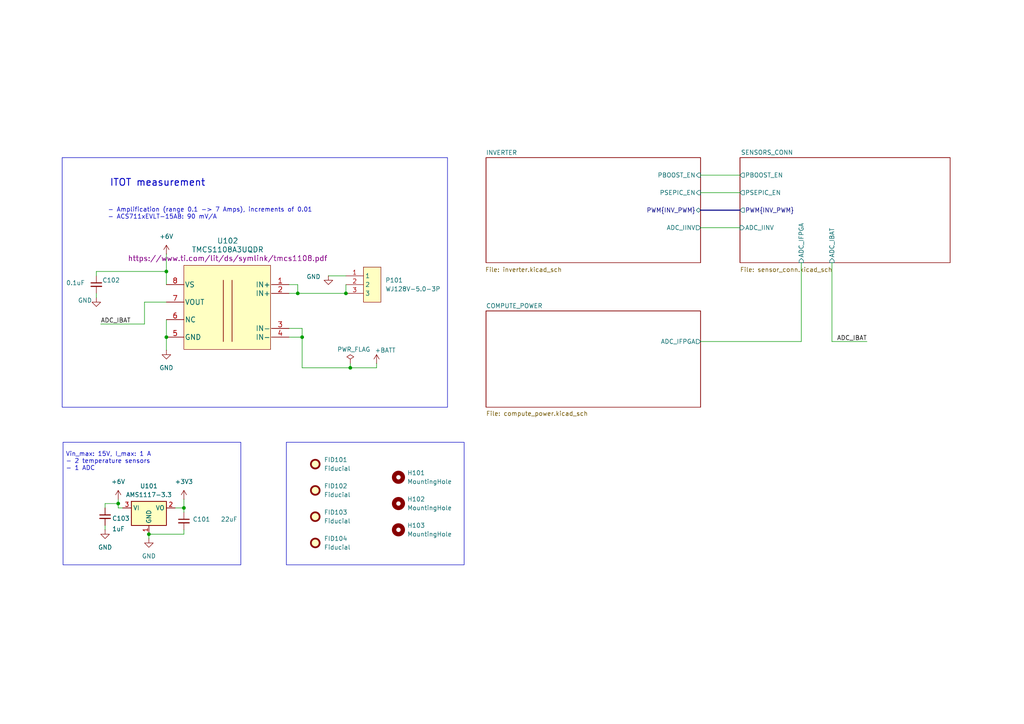
<source format=kicad_sch>
(kicad_sch (version 20250114) (generator "eeschema") (generator_version "9.0")
  (paper "A4")
  (lib_symbols
    (symbol "Device:C_Small" (pin_numbers (hide yes)) (pin_names (offset 0.254) (hide yes))
      (property "Reference" "C" (at 0.254 1.778 0))
      (property "Value" "C_Small" (at 0.254 -2.032 0))
      (symbol "C_Small_0_1"
        (polyline (pts (xy -1.524 0.508) (xy 1.524 0.508)) (stroke (width 0.3048)))
        (polyline (pts (xy -1.524 -0.508) (xy 1.524 -0.508)) (stroke (width 0.3302)))
      )
      (symbol "C_Small_1_1"
        (pin passive line (at 0 2.54 270) (length 2.032) (name "~") (number "1"))
        (pin passive line (at 0 -2.54 90) (length 2.032) (name "~") (number "2"))
      )
    )
    (symbol "Mechanical:Fiducial" (in_bom no)
      (property "Reference" "FID" (at 0 5.08 0))
      (property "Value" "Fiducial" (at 0 3.175 0))
      (symbol "Fiducial_0_1"
        (circle (center 0 0) (radius 1.27) (stroke (width 0.508)) (fill (type background)))
      )
    )
    (symbol "Mechanical:MountingHole" (pin_names (offset 1.016)) (in_bom no)
      (property "Reference" "H" (at 0 5.08 0))
      (property "Value" "MountingHole" (at 0 3.175 0))
      (symbol "MountingHole_0_1"
        (circle (center 0 0) (radius 1.27) (stroke (width 1.27)))
      )
    )
    (symbol "Regulator_Linear:AMS1117-3.3"
      (property "Reference" "U" (at -3.81 3.175 0))
      (property "Value" "AMS1117-3.3" (at 0 3.175 0))
      (symbol "AMS1117-3.3_0_1"
        (rectangle (start -5.08 -5.08) (end 5.08 1.905) (stroke (width 0.254)) (fill (type background)))
      )
      (symbol "AMS1117-3.3_1_1"
        (pin power_in line (at -7.62 0 0) (length 2.54) (name "VI") (number "3"))
        (pin power_in line (at 0 -7.62 90) (length 2.54) (name "GND") (number "1"))
        (pin power_out line (at 7.62 0 180) (length 2.54) (name "VO") (number "2"))
      )
    )
    (symbol "iw-connector:WJ128V-5.0-3P"
      (property "Reference" "P" (at 0 0 0))
      (property "Value" "WJ128V-5.0-3P" (at 0 -10.16 0))
      (symbol "WJ128V-5.0-3P_0_1"
        (rectangle (start -5.08 5.08) (end 5.08 0) (fill (type background)))
      )
      (symbol "WJ128V-5.0-3P_1_1"
        (pin passive line (at -2.54 -5.08 90) (length 5.08) (name "1") (number "1"))
        (pin passive line (at 0 -5.08 90) (length 5.08) (name "2") (number "2"))
        (pin passive line (at 2.54 -5.08 90) (length 5.08) (name "3") (number "3"))
      )
    )
    (symbol "iw-power:TMCS1108A3UQDR" (pin_names (offset 0.254))
      (property "Reference" "U" (at 0 2.54 0))
      (property "Value" "TMCS1108A3UQDR" (at -6.35 5.08 0))
      (property "Datasheet" "https://www.ti.com/lit/ds/symlink/tmcs1108.pdf" (at 0 0 0))
      (symbol "TMCS1108A3UQDR_1_1"
        (rectangle (start 5.334 5.588) (end 30.48 -18.796) (fill (type background)))
        (polyline (pts (xy 16.51 1.27) (xy 16.51 -16.51)) (stroke (width 0.2032)))
        (polyline (pts (xy 19.05 1.27) (xy 19.05 -16.51)) (stroke (width 0.2032)))
        (pin passive line (at 0 0 0) (length 5.08) (name "IN+") (number "1"))
        (pin passive line (at 0 -2.54 0) (length 5.08) (name "IN+") (number "2"))
        (pin passive line (at 0 -12.7 0) (length 5.08) (name "IN-") (number "3"))
        (pin passive line (at 0 -15.24 0) (length 5.08) (name "IN-") (number "4"))
        (pin power_in line (at 35.56 0 180) (length 5.08) (name "VS") (number "8"))
        (pin output line (at 35.56 -5.08 180) (length 5.08) (name "VOUT") (number "7"))
        (pin passive line (at 35.56 -10.16 180) (length 5.08) (name "NC") (number "6"))
        (pin power_in line (at 35.56 -15.24 180) (length 5.08) (name "GND") (number "5"))
      )
    )
    (symbol "power:+3V3" (power) (pin_numbers (hide yes)) (pin_names (offset 0) (hide yes))
      (property "Value" "+3V3" (at 0 3.556 0))
      (symbol "+3V3_0_1"
        (polyline (pts (xy -0.762 1.27) (xy 0 2.54)))
        (polyline (pts (xy 0 2.54) (xy 0.762 1.27)))
        (polyline (pts (xy 0 0) (xy 0 2.54)))
      )
      (symbol "+3V3_1_1"
        (pin power_in line (at 0 0 90) (length 0) (name "~") (number "1"))
      )
    )
    (symbol "power:+6V" (power) (pin_numbers (hide yes)) (pin_names (offset 0) (hide yes))
      (property "Value" "+6V" (at 0 3.556 0))
      (symbol "+6V_0_1"
        (polyline (pts (xy -0.762 1.27) (xy 0 2.54)))
        (polyline (pts (xy 0 2.54) (xy 0.762 1.27)))
        (polyline (pts (xy 0 0) (xy 0 2.54)))
      )
      (symbol "+6V_1_1"
        (pin power_in line (at 0 0 90) (length 0) (name "~") (number "1"))
      )
    )
    (symbol "power:+BATT" (power) (pin_numbers (hide yes)) (pin_names (offset 0) (hide yes))
      (property "Value" "+BATT" (at 0 3.556 0))
      (symbol "+BATT_0_1"
        (polyline (pts (xy -0.762 1.27) (xy 0 2.54)))
        (polyline (pts (xy 0 2.54) (xy 0.762 1.27)))
        (polyline (pts (xy 0 0) (xy 0 2.54)))
      )
      (symbol "+BATT_1_1"
        (pin power_in line (at 0 0 90) (length 0) (name "~") (number "1"))
      )
    )
    (symbol "power:GND" (power) (pin_numbers (hide yes)) (pin_names (offset 0) (hide yes))
      (property "Value" "GND" (at 0 -3.81 0))
      (symbol "GND_0_1"
        (polyline (pts (xy 0 0) (xy 0 -1.27) (xy 1.27 -1.27) (xy 0 -2.54) (xy -1.27 -1.27) (xy 0 -1.27)))
      )
      (symbol "GND_1_1"
        (pin power_in line (at 0 0 270) (length 0) (name "~") (number "1"))
      )
    )
    (symbol "power:PWR_FLAG" (power) (pin_numbers (hide yes)) (pin_names (offset 0) (hide yes))
      (property "Value" "PWR_FLAG" (at 0 3.81 0))
      (symbol "PWR_FLAG_0_0"
        (pin power_out line (at 0 0 90) (length 0) (name "~") (number "1"))
      )
      (symbol "PWR_FLAG_0_1"
        (polyline (pts (xy 0 0) (xy 0 1.27) (xy -1.016 1.905) (xy 0 2.54) (xy 1.016 1.905) (xy 0 1.27)))
      )
    )
  )
  (rectangle (start 18.288 128.27) (end 69.85 163.83))
  (rectangle (start 18.034 45.72) (end 129.794 118.11))
  (rectangle (start 83.058 128.27) (end 134.62 163.83))
  (text "ITOT measurement" (at 45.72 53.086 0) (effects (font (size 2 2) (thickness 0.254) (bold yes))))
  (text "- Amplification (range 0.1 -> 7 Amps), increments of 0.01\n- ACS711xEVLT-15AB: 90 mV/A" (at 31.242 61.976 0) (effects (font (size 1.27 1.27)) (justify left)))
  (text "Vin_max: 15V, I_max: 1 A\n- 2 temperature sensors\n- 1 ADC" (at 19.05 133.858 0) (effects (font (size 1.27 1.27)) (justify left)))
  (junction (at 34.29 146.05))
  (junction (at 86.36 85.09))
  (junction (at 100.33 85.09))
  (junction (at 53.34 147.32))
  (junction (at 43.18 154.94))
  (junction (at 101.6 106.68))
  (junction (at 87.63 97.79))
  (junction (at 48.26 78.74))
  (junction (at 48.26 97.79))
  (wire (pts (xy 34.29 144.78) (xy 34.29 146.05)))
  (wire (pts (xy 101.6 105.41) (xy 101.6 106.68)))
  (wire (pts (xy 87.63 97.79) (xy 87.63 95.25)))
  (wire (pts (xy 83.82 95.25) (xy 87.63 95.25)))
  (wire (pts (xy 101.6 106.68) (xy 109.22 106.68)))
  (wire (pts (xy 53.34 144.78) (xy 53.34 147.32)))
  (wire (pts (xy 203.2 99.06) (xy 232.41 99.06)))
  (bus (pts (xy 203.2 60.96) (xy 214.63 60.96)))
  (wire (pts (xy 86.36 82.55) (xy 83.82 82.55)))
  (wire (pts (xy 27.94 78.74) (xy 27.94 80.01)))
  (wire (pts (xy 48.26 73.66) (xy 48.26 78.74)))
  (wire (pts (xy 48.26 78.74) (xy 48.26 82.55)))
  (wire (pts (xy 50.8 147.32) (xy 53.34 147.32)))
  (wire (pts (xy 53.34 154.94) (xy 43.18 154.94)))
  (wire (pts (xy 41.91 87.63) (xy 48.26 87.63)))
  (wire (pts (xy 27.94 78.74) (xy 48.26 78.74)))
  (wire (pts (xy 87.63 106.68) (xy 101.6 106.68)))
  (wire (pts (xy 30.48 146.05) (xy 34.29 146.05)))
  (wire (pts (xy 203.2 66.04) (xy 214.63 66.04)))
  (wire (pts (xy 41.91 93.98) (xy 29.21 93.98)))
  (wire (pts (xy 30.48 147.32) (xy 30.48 146.05)))
  (wire (pts (xy 86.36 85.09) (xy 86.36 82.55)))
  (wire (pts (xy 43.18 154.94) (xy 43.18 156.21)))
  (wire (pts (xy 27.94 86.36) (xy 27.94 85.09)))
  (wire (pts (xy 232.41 99.06) (xy 232.41 76.2)))
  (wire (pts (xy 203.2 55.88) (xy 214.63 55.88)))
  (wire (pts (xy 83.82 85.09) (xy 86.36 85.09)))
  (wire (pts (xy 100.33 82.55) (xy 100.33 85.09)))
  (wire (pts (xy 41.91 87.63) (xy 41.91 93.98)))
  (wire (pts (xy 100.33 85.09) (xy 86.36 85.09)))
  (wire (pts (xy 53.34 148.59) (xy 53.34 147.32)))
  (wire (pts (xy 251.46 99.06) (xy 241.3 99.06)))
  (wire (pts (xy 48.26 92.71) (xy 48.26 97.79)))
  (wire (pts (xy 34.29 146.05) (xy 34.29 147.32)))
  (wire (pts (xy 241.3 76.2) (xy 241.3 99.06)))
  (wire (pts (xy 53.34 153.67) (xy 53.34 154.94)))
  (wire (pts (xy 87.63 106.68) (xy 87.63 97.79)))
  (wire (pts (xy 34.29 147.32) (xy 35.56 147.32)))
  (wire (pts (xy 48.26 101.6) (xy 48.26 97.79)))
  (wire (pts (xy 95.25 80.01) (xy 100.33 80.01)))
  (wire (pts (xy 30.48 152.4) (xy 30.48 153.67)))
  (wire (pts (xy 83.82 97.79) (xy 87.63 97.79)))
  (wire (pts (xy 109.22 105.41) (xy 109.22 106.68)))
  (wire (pts (xy 203.2 50.8) (xy 214.63 50.8)))
  (label "ADC_IBAT" (at 29.21 93.98 0))
  (label "ADC_IBAT" (at 251.46 99.06 180))
  (symbol (lib_id "Mechanical:Fiducial") (at 91.44 134.62 0) (unit 1) (in_bom no)
    (property "Reference" "FID101" (at 93.98 133.3499 0) (effects (justify left)))
    (property "Value" "Fiducial" (at 93.98 135.8899 0) (effects (justify left)))
    (property "Footprint" "Fiducial:Fiducial_1mm_Mask2mm" (effects (hide yes)))
    (property "Description" "Fiducial Marker" (effects (hide yes)))
  )
  (symbol (lib_id "Device:C_Small") (at 30.48 149.86 0) (unit 1)
    (property "Reference" "C103" (at 32.512 150.368 0) (effects (justify left)))
    (property "Value" "1uF" (at 32.512 153.416 0) (effects (justify left)))
    (property "Footprint" "Capacitor_SMD:C_0805_2012Metric" (effects (hide yes)))
    (property "Description" "Unpolarized capacitor, small symbol" (effects (hide yes)))
    (property "LCSC Part Number" "C28323" (effects (hide yes)))
    (property "Manufacturing Part Number" "CL21B105KBFNNNE" (effects (hide yes)))
  )
  (symbol (lib_id "Mechanical:Fiducial") (at 91.44 142.24 0) (unit 1) (in_bom no)
    (property "Reference" "FID102" (at 93.98 140.9699 0) (effects (justify left)))
    (property "Value" "Fiducial" (at 93.98 143.5099 0) (effects (justify left)))
    (property "Footprint" "Fiducial:Fiducial_1mm_Mask2mm" (effects (hide yes)))
    (property "Description" "Fiducial Marker" (effects (hide yes)))
  )
  (symbol (lib_id "Mechanical:MountingHole") (at 115.57 138.43 0) (unit 1) (in_bom no)
    (property "Reference" "H101" (at 118.11 137.1599 0) (effects (justify left)))
    (property "Value" "MountingHole" (at 118.11 139.6999 0) (effects (justify left)))
    (property "Footprint" "MountingHole:ToolingHole_1.152mm" (effects (hide yes)))
    (property "Description" "Mounting Hole without connection" (effects (hide yes)))
  )
  (symbol (lib_id "Mechanical:Fiducial") (at 91.44 149.86 0) (unit 1) (in_bom no)
    (property "Reference" "FID103" (at 93.98 148.5899 0) (effects (justify left)))
    (property "Value" "Fiducial" (at 93.98 151.1299 0) (effects (justify left)))
    (property "Footprint" "Fiducial:Fiducial_1mm_Mask2mm" (effects (hide yes)))
    (property "Description" "Fiducial Marker" (effects (hide yes)))
  )
  (symbol (lib_id "Mechanical:MountingHole") (at 115.57 146.05 0) (unit 1) (in_bom no)
    (property "Reference" "H102" (at 118.11 144.7799 0) (effects (justify left)))
    (property "Value" "MountingHole" (at 118.11 147.3199 0) (effects (justify left)))
    (property "Footprint" "MountingHole:ToolingHole_1.152mm" (effects (hide yes)))
    (property "Description" "Mounting Hole without connection" (effects (hide yes)))
  )
  (symbol (lib_id "iw-power:TMCS1108A3UQDR") (at 83.82 82.55 0) (mirror y) (unit 1)
    (property "Reference" "U102" (at 66.04 69.85 0) (effects (font (size 1.524 1.524))))
    (property "Value" "TMCS1108A3UQDR" (at 66.04 72.39 0) (effects (font (size 1.524 1.524))))
    (property "Footprint" "iw-power:TMCS1108A3UQDR" (effects (hide yes)))
    (property "Datasheet" "https://www.ti.com/lit/ds/symlink/tmcs1108.pdf" (at 66.04 74.93 0) (effects (font (size 1.524 1.524))))
    (property "Description" "200 mV/A, 7.5 A max hal sensor (Zout ~= 0)" (effects (hide yes)))
    (property "LCSC Part Number" "C3684263" (effects (hide yes)))
    (property "Manufacturing Part Number" "TMCS1108A3UQDR" (effects (hide yes)))
  )
  (symbol (lib_id "power:GND") (at 95.25 80.01 0) (unit 1)
    (property "Reference" "#PWR0101" (effects (hide yes)))
    (property "Value" "GND" (at 90.932 80.264 0))
    (property "Description" "Power symbol creates a global label with name \"GND\" , ground" (effects (hide yes)))
  )
  (symbol (lib_id "iw-connector:WJ128V-5.0-3P") (at 105.41 82.55 270) (unit 1)
    (property "Reference" "P101" (at 111.76 81.2799 90) (effects (justify left)))
    (property "Value" "WJ128V-5.0-3P" (at 111.76 83.8199 90) (effects (justify left)))
    (property "Footprint" "iw-connector:WJ128V-5.0-3P" (effects (hide yes)))
    (property "Datasheet" "https://lcsc.com/product-detail/Terminal-Blocks_WJ128V-5-0-3P_C8270.html" (effects (hide yes)))
    (property "LCSC Part Number" "C8270" (effects (hide yes)))
    (property "Manufacturing Part Number" "WJ128V-5.0-3P " (effects (hide yes)))
  )
  (symbol (lib_id "power:GND") (at 43.18 156.21 0) (unit 1)
    (property "Reference" "#PWR0104" (effects (hide yes)))
    (property "Value" "GND" (at 43.18 161.29 0))
    (property "Description" "Power symbol creates a global label with name \"GND\" , ground" (effects (hide yes)))
  )
  (symbol (lib_id "power:+3V3") (at 53.34 144.78 0) (unit 1)
    (property "Reference" "#PWR0103" (effects (hide yes)))
    (property "Value" "+3V3" (at 53.34 139.7 0))
    (property "Description" "Power symbol creates a global label with name \"+3V3\"" (effects (hide yes)))
  )
  (symbol (lib_id "Mechanical:MountingHole") (at 115.57 153.67 0) (unit 1) (in_bom no)
    (property "Reference" "H103" (at 118.11 152.3999 0) (effects (justify left)))
    (property "Value" "MountingHole" (at 118.11 154.9399 0) (effects (justify left)))
    (property "Footprint" "MountingHole:ToolingHole_1.152mm" (effects (hide yes)))
    (property "Description" "Mounting Hole without connection" (effects (hide yes)))
  )
  (symbol (lib_id "power:GND") (at 27.94 86.36 0) (unit 1)
    (property "Reference" "#PWR0106" (effects (hide yes)))
    (property "Value" "GND" (at 24.638 87.122 0))
    (property "Description" "Power symbol creates a global label with name \"GND\" , ground" (effects (hide yes)))
  )
  (symbol (lib_id "Mechanical:Fiducial") (at 91.44 157.48 0) (unit 1) (in_bom no)
    (property "Reference" "FID104" (at 93.98 156.2099 0) (effects (justify left)))
    (property "Value" "Fiducial" (at 93.98 158.7499 0) (effects (justify left)))
    (property "Footprint" "Fiducial:Fiducial_1mm_Mask2mm" (effects (hide yes)))
    (property "Description" "Fiducial Marker" (effects (hide yes)))
  )
  (symbol (lib_id "Device:C_Small") (at 27.94 82.55 0) (mirror y) (unit 1)
    (property "Reference" "C102" (at 34.798 81.28 0) (effects (justify left)))
    (property "Value" "0.1uF" (at 24.638 82.042 0) (effects (justify left)))
    (property "Footprint" "Capacitor_SMD:C_0402_1005Metric" (effects (hide yes)))
    (property "Datasheet" "https://jlcpcb.com/api/file/downloadByFileSystemAccessId/8603345729432014848" (effects (hide yes)))
    (property "Description" "Unpolarized capacitor, small symbol" (effects (hide yes)))
    (property "LCSC Part Number" "C307331" (effects (hide yes)))
    (property "Manufacturing Part Number" "CL05B104KB54PNC" (effects (hide yes)))
  )
  (symbol (lib_id "Regulator_Linear:AMS1117-3.3") (at 43.18 147.32 0) (unit 1)
    (property "Reference" "U101" (at 43.18 140.97 0))
    (property "Value" "AMS1117-3.3" (at 43.18 143.51 0))
    (property "Footprint" "Package_TO_SOT_SMD:SOT-223-3_TabPin2" (effects (hide yes)))
    (property "Datasheet" "http://www.advanced-monolithic.com/pdf/ds1117.pdf" (effects (hide yes)))
    (property "Description" "1A Low Dropout regulator, positive, 3.3V fixed output, SOT-223" (effects (hide yes)))
    (property "LCSC Part Number" "C6186" (effects (hide yes)))
    (property "Manufacturing Part Number" "AMS1117-3.3 " (effects (hide yes)))
  )
  (symbol (lib_id "power:+6V") (at 34.29 144.78 0) (unit 1)
    (property "Reference" "#PWR0107" (effects (hide yes)))
    (property "Value" "+6V" (at 34.29 139.7 0))
    (property "Description" "Power symbol creates a global label with name \"+6V\"" (effects (hide yes)))
  )
  (symbol (lib_id "Device:C_Small") (at 53.34 151.13 0) (unit 1)
    (property "Reference" "C101" (at 55.88 150.622 0) (effects (justify left)))
    (property "Value" "22uF" (at 64.008 150.622 0) (effects (justify left)))
    (property "Footprint" "Capacitor_SMD:C_0805_2012Metric" (effects (hide yes)))
    (property "Datasheet" "https://jlcpcb.com/api/file/downloadByFileSystemAccessId/8579706866429190144" (effects (hide yes)))
    (property "Description" "X5R, 25V" (effects (hide yes)))
    (property "LCSC Part Number" "C45783" (effects (hide yes)))
    (property "Manufacturing Part Number" "CL21A226MAQNNNE" (effects (hide yes)))
  )
  (symbol (lib_id "power:GND") (at 30.48 153.67 0) (unit 1)
    (property "Reference" "#PWR0108" (effects (hide yes)))
    (property "Value" "GND" (at 30.48 158.75 0))
    (property "Description" "Power symbol creates a global label with name \"GND\" , ground" (effects (hide yes)))
  )
  (symbol (lib_id "power:+BATT") (at 109.22 105.41 0) (unit 1)
    (property "Reference" "#PWR0102" (effects (hide yes)))
    (property "Value" "+BATT" (at 111.76 101.6 0))
    (property "Description" "Power symbol creates a global label with name \"+BATT\"" (effects (hide yes)))
  )
  (symbol (lib_id "power:PWR_FLAG") (at 101.6 105.41 0) (unit 1)
    (property "Reference" "#FLG0101" (effects (hide yes)))
    (property "Value" "PWR_FLAG" (at 102.616 101.346 0))
    (property "Description" "Special symbol for telling ERC where power comes from" (effects (hide yes)))
  )
  (symbol (lib_id "power:GND") (at 48.26 101.6 0) (unit 1)
    (property "Reference" "#PWR0110" (effects (hide yes)))
    (property "Value" "GND" (at 48.26 106.68 0))
    (property "Description" "Power symbol creates a global label with name \"GND\" , ground" (effects (hide yes)))
  )
  (symbol (lib_id "power:+6V") (at 48.26 73.66 0) (unit 1)
    (property "Reference" "#PWR0105" (effects (hide yes)))
    (property "Value" "+6V" (at 48.26 68.58 0))
    (property "Description" "Power symbol creates a global label with name \"+6V\"" (effects (hide yes)))
  )
  (sheet (at 140.97 45.72) (size 62.23 30.48) (stroke (width 0.1524))
    (property "Sheetname" "INVERTER" (at 140.97 45.0084 0) (effects (justify left bottom)))
    (property "Sheetfile" "inverter.kicad_sch" (at 140.716 77.47 0) (effects (justify left top)))
    (pin "PSEPIC_EN" input (at 203.2 55.88 0))
    (pin "PBOOST_EN" input (at 203.2 50.8 0))
    (pin "PWM{INV_PWM}" bidirectional (at 203.2 60.96 0))
    (pin "ADC_IINV" output (at 203.2 66.04 0))
  )
  (sheet (at 140.97 90.17) (size 62.23 27.94) (stroke (width 0.1524))
    (property "Sheetname" "COMPUTE_POWER" (at 140.97 89.4584 0) (effects (justify left bottom)))
    (property "Sheetfile" "compute_power.kicad_sch" (at 140.97 119.2026 0) (effects (justify left top)))
    (pin "ADC_IFPGA" output (at 203.2 99.06 0))
  )
  (sheet (at 214.63 45.72) (size 60.96 30.48) (stroke (width 0.1524))
    (property "Sheetname" "SENSORS_CONN" (at 214.884 44.958 0) (effects (justify left bottom)))
    (property "Sheetfile" "sensor_conn.kicad_sch" (at 214.63 77.47 0) (effects (justify left top)))
    (pin "PBOOST_EN" output (at 214.63 50.8 180))
    (pin "PWM{INV_PWM}" output (at 214.63 60.96 180))
    (pin "PSEPIC_EN" output (at 214.63 55.88 180))
    (pin "ADC_IFPGA" input (at 232.41 76.2 270))
    (pin "ADC_IBAT" input (at 241.3 76.2 270))
    (pin "ADC_IINV" input (at 214.63 66.04 180))
  )
)
</source>
